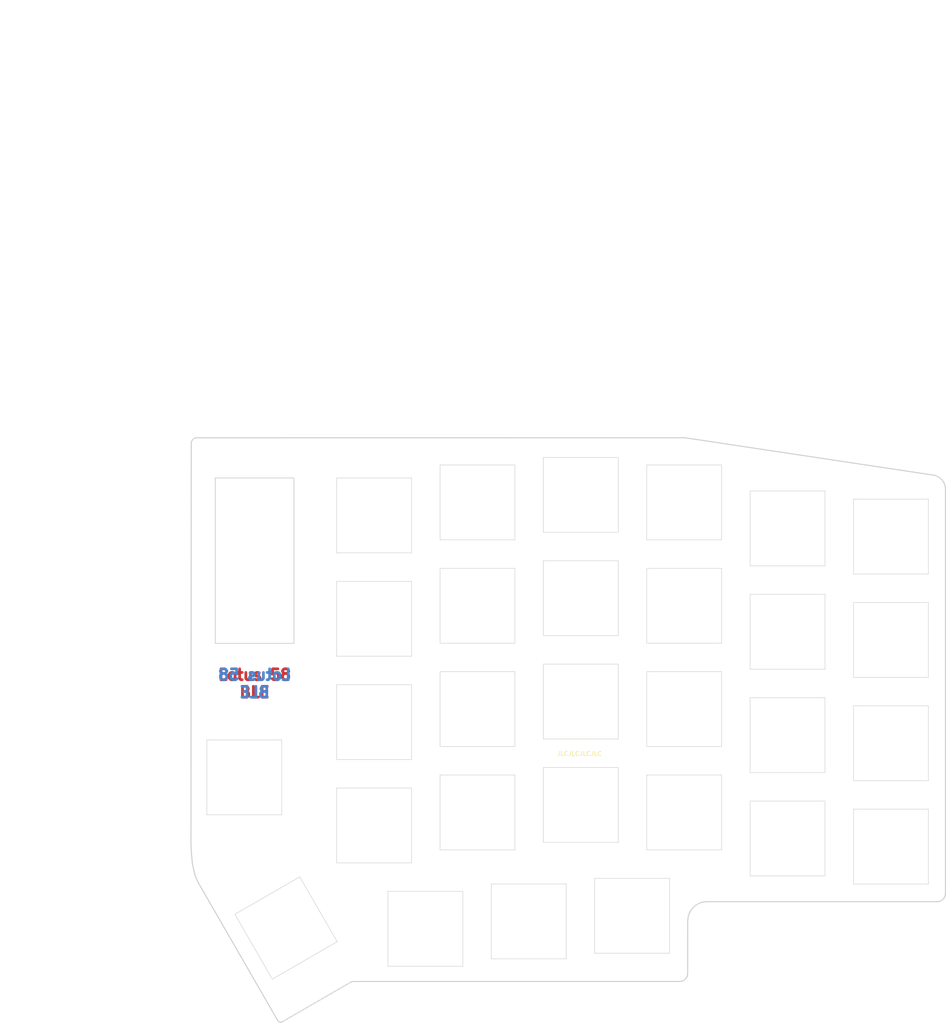
<source format=kicad_pcb>
(kicad_pcb (version 20240108) (generator "pcbnew") (generator_version "8.0")
  (title_block (title "Lotus 58 Glow MX") (date "2020-12-12") (rev "0.95") (company "Markus Knutsson <markus.knutsson@tweety.se>") (comment 1 "https://github.com/TweetyDaBird") (comment 2 "Licensed under CERN-OHL-S v2 or any superseding version"))
  (layers (0 "F.Cu" signal) (31 "B.Cu" signal) (34 "B.Paste" user) (35 "F.Paste" user) (36 "B.SilkS" user "B.Silkscreen") (37 "F.SilkS" user "F.Silkscreen") (38 "B.Mask" user) (39 "F.Mask" user) (44 "Edge.Cuts" user))
  (net 0 "")
  (footprint "Keyboard Library:Cherry_MX_Plate_Hole_Placeholder" (layer "F.Cu") (at 133.45 47.6)
    (property "Reference" "SW2" (hide yes))
    (property "Value" "SW_PUSH" (hide yes))
    (fp_line (start -6.9 6.9) (end -6.9 -6.9) (stroke (width 0.1)) (layer "Edge.Cuts"))
    (fp_line (start 6.9 -6.9) (end -6.9 -6.9) (stroke (width 0.1)) (layer "Edge.Cuts"))
    (fp_line (start 6.9 6.9) (end -6.9 6.9) (stroke (width 0.1)) (layer "Edge.Cuts"))
    (fp_line (start 6.9 6.9) (end 6.9 -6.9) (stroke (width 0.1)) (layer "Edge.Cuts"))
  )
  (footprint "Keyboard Library:Cherry_MX_Plate_Hole_Placeholder" (layer "F.Cu") (at 152.5 46.21)
    (property "Reference" "SW3" (hide yes))
    (property "Value" "SW_PUSH" (hide yes))
    (fp_line (start -6.9 6.9) (end -6.9 -6.9) (stroke (width 0.1)) (layer "Edge.Cuts"))
    (fp_line (start 6.9 -6.9) (end -6.9 -6.9) (stroke (width 0.1)) (layer "Edge.Cuts"))
    (fp_line (start 6.9 6.9) (end -6.9 6.9) (stroke (width 0.1)) (layer "Edge.Cuts"))
    (fp_line (start 6.9 6.9) (end 6.9 -6.9) (stroke (width 0.1)) (layer "Edge.Cuts"))
  )
  (footprint "Keyboard Library:Cherry_MX_Plate_Hole_Placeholder" (layer "F.Cu") (at 171.55 47.6)
    (property "Reference" "SW4" (hide yes))
    (property "Value" "SW_PUSH" (hide yes))
    (fp_line (start -6.9 6.9) (end -6.9 -6.9) (stroke (width 0.1)) (layer "Edge.Cuts"))
    (fp_line (start 6.9 -6.9) (end -6.9 -6.9) (stroke (width 0.1)) (layer "Edge.Cuts"))
    (fp_line (start 6.9 6.9) (end -6.9 6.9) (stroke (width 0.1)) (layer "Edge.Cuts"))
    (fp_line (start 6.9 6.9) (end 6.9 -6.9) (stroke (width 0.1)) (layer "Edge.Cuts"))
  )
  (footprint "Keyboard Library:Cherry_MX_Plate_Hole_Placeholder" (layer "F.Cu") (at 209.65 53.9)
    (property "Reference" "SW6" (hide yes))
    (property "Value" "SW_PUSH" (hide yes))
    (fp_line (start -6.9 6.9) (end -6.9 -6.9) (stroke (width 0.1)) (layer "Edge.Cuts"))
    (fp_line (start 6.9 -6.9) (end -6.9 -6.9) (stroke (width 0.1)) (layer "Edge.Cuts"))
    (fp_line (start 6.9 6.9) (end -6.9 6.9) (stroke (width 0.1)) (layer "Edge.Cuts"))
    (fp_line (start 6.9 6.9) (end 6.9 -6.9) (stroke (width 0.1)) (layer "Edge.Cuts"))
  )
  (footprint "Keyboard Library:Cherry_MX_Plate_Hole_Placeholder" (layer "F.Cu") (at 114.4 69.05)
    (property "Reference" "SW7" (hide yes))
    (property "Value" "SW_PUSH" (hide yes))
    (fp_line (start -6.9 6.9) (end -6.9 -6.9) (stroke (width 0.1)) (layer "Edge.Cuts"))
    (fp_line (start 6.9 -6.9) (end -6.9 -6.9) (stroke (width 0.1)) (layer "Edge.Cuts"))
    (fp_line (start 6.9 6.9) (end -6.9 6.9) (stroke (width 0.1)) (layer "Edge.Cuts"))
    (fp_line (start 6.9 6.9) (end 6.9 -6.9) (stroke (width 0.1)) (layer "Edge.Cuts"))
  )
  (footprint "Keyboard Library:Cherry_MX_Plate_Hole_Placeholder" (layer "F.Cu") (at 152.5 65.26)
    (property "Reference" "SW9" (hide yes))
    (property "Value" "SW_PUSH" (hide yes))
    (fp_line (start -6.9 6.9) (end -6.9 -6.9) (stroke (width 0.1)) (layer "Edge.Cuts"))
    (fp_line (start 6.9 -6.9) (end -6.9 -6.9) (stroke (width 0.1)) (layer "Edge.Cuts"))
    (fp_line (start 6.9 6.9) (end -6.9 6.9) (stroke (width 0.1)) (layer "Edge.Cuts"))
    (fp_line (start 6.9 6.9) (end 6.9 -6.9) (stroke (width 0.1)) (layer "Edge.Cuts"))
  )
  (footprint "Keyboard Library:Cherry_MX_Plate_Hole_Placeholder" (layer "F.Cu") (at 171.55 66.65)
    (property "Reference" "SW10" (hide yes))
    (property "Value" "SW_PUSH" (hide yes))
    (fp_line (start -6.9 6.9) (end -6.9 -6.9) (stroke (width 0.1)) (layer "Edge.Cuts"))
    (fp_line (start 6.9 -6.9) (end -6.9 -6.9) (stroke (width 0.1)) (layer "Edge.Cuts"))
    (fp_line (start 6.9 6.9) (end -6.9 6.9) (stroke (width 0.1)) (layer "Edge.Cuts"))
    (fp_line (start 6.9 6.9) (end 6.9 -6.9) (stroke (width 0.1)) (layer "Edge.Cuts"))
  )
  (footprint "Keyboard Library:Cherry_MX_Plate_Hole_Placeholder" (layer "F.Cu") (at 190.6 71.45)
    (property "Reference" "SW11" (hide yes))
    (property "Value" "SW_PUSH" (hide yes))
    (fp_line (start -6.9 6.9) (end -6.9 -6.9) (stroke (width 0.1)) (layer "Edge.Cuts"))
    (fp_line (start 6.9 -6.9) (end -6.9 -6.9) (stroke (width 0.1)) (layer "Edge.Cuts"))
    (fp_line (start 6.9 6.9) (end -6.9 6.9) (stroke (width 0.1)) (layer "Edge.Cuts"))
    (fp_line (start 6.9 6.9) (end 6.9 -6.9) (stroke (width 0.1)) (layer "Edge.Cuts"))
  )
  (footprint "Keyboard Library:Cherry_MX_Plate_Hole_Placeholder" (layer "F.Cu") (at 209.65 72.95)
    (property "Reference" "SW12" (hide yes))
    (property "Value" "SW_PUSH" (hide yes))
    (fp_line (start -6.9 6.9) (end -6.9 -6.9) (stroke (width 0.1)) (layer "Edge.Cuts"))
    (fp_line (start 6.9 -6.9) (end -6.9 -6.9) (stroke (width 0.1)) (layer "Edge.Cuts"))
    (fp_line (start 6.9 6.9) (end -6.9 6.9) (stroke (width 0.1)) (layer "Edge.Cuts"))
    (fp_line (start 6.9 6.9) (end 6.9 -6.9) (stroke (width 0.1)) (layer "Edge.Cuts"))
  )
  (footprint "Keyboard Library:Cherry_MX_Plate_Hole_Placeholder" (layer "F.Cu") (at 114.4 88.1)
    (property "Reference" "SW13" (hide yes))
    (property "Value" "SW_PUSH" (hide yes))
    (fp_line (start -6.9 6.9) (end -6.9 -6.9) (stroke (width 0.1)) (layer "Edge.Cuts"))
    (fp_line (start 6.9 -6.9) (end -6.9 -6.9) (stroke (width 0.1)) (layer "Edge.Cuts"))
    (fp_line (start 6.9 6.9) (end -6.9 6.9) (stroke (width 0.1)) (layer "Edge.Cuts"))
    (fp_line (start 6.9 6.9) (end 6.9 -6.9) (stroke (width 0.1)) (layer "Edge.Cuts"))
  )
  (footprint "Keyboard Library:Cherry_MX_Plate_Hole_Placeholder" (layer "F.Cu") (at 133.45 85.7)
    (property "Reference" "SW14" (hide yes))
    (property "Value" "SW_PUSH" (hide yes))
    (fp_line (start -6.9 6.9) (end -6.9 -6.9) (stroke (width 0.1)) (layer "Edge.Cuts"))
    (fp_line (start 6.9 -6.9) (end -6.9 -6.9) (stroke (width 0.1)) (layer "Edge.Cuts"))
    (fp_line (start 6.9 6.9) (end -6.9 6.9) (stroke (width 0.1)) (layer "Edge.Cuts"))
    (fp_line (start 6.9 6.9) (end 6.9 -6.9) (stroke (width 0.1)) (layer "Edge.Cuts"))
  )
  (footprint "Keyboard Library:Cherry_MX_Plate_Hole_Placeholder" (layer "F.Cu") (at 152.5 84.31)
    (property "Reference" "SW15" (hide yes))
    (property "Value" "SW_PUSH" (hide yes))
    (fp_line (start -6.9 6.9) (end -6.9 -6.9) (stroke (width 0.1)) (layer "Edge.Cuts"))
    (fp_line (start 6.9 -6.9) (end -6.9 -6.9) (stroke (width 0.1)) (layer "Edge.Cuts"))
    (fp_line (start 6.9 6.9) (end -6.9 6.9) (stroke (width 0.1)) (layer "Edge.Cuts"))
    (fp_line (start 6.9 6.9) (end 6.9 -6.9) (stroke (width 0.1)) (layer "Edge.Cuts"))
  )
  (footprint "Keyboard Library:Cherry_MX_Plate_Hole_Placeholder" (layer "F.Cu") (at 190.6 90.5)
    (property "Reference" "SW17" (hide yes))
    (property "Value" "SW_PUSH" (hide yes))
    (fp_line (start -6.9 6.9) (end -6.9 -6.9) (stroke (width 0.1)) (layer "Edge.Cuts"))
    (fp_line (start 6.9 -6.9) (end -6.9 -6.9) (stroke (width 0.1)) (layer "Edge.Cuts"))
    (fp_line (start 6.9 6.9) (end -6.9 6.9) (stroke (width 0.1)) (layer "Edge.Cuts"))
    (fp_line (start 6.9 6.9) (end 6.9 -6.9) (stroke (width 0.1)) (layer "Edge.Cuts"))
  )
  (footprint "Keyboard Library:Cherry_MX_Plate_Hole_Placeholder" (layer "F.Cu") (at 209.65 92)
    (property "Reference" "SW18" (hide yes))
    (property "Value" "SW_PUSH" (hide yes))
    (fp_line (start -6.9 6.9) (end -6.9 -6.9) (stroke (width 0.1)) (layer "Edge.Cuts"))
    (fp_line (start 6.9 -6.9) (end -6.9 -6.9) (stroke (width 0.1)) (layer "Edge.Cuts"))
    (fp_line (start 6.9 6.9) (end -6.9 6.9) (stroke (width 0.1)) (layer "Edge.Cuts"))
    (fp_line (start 6.9 6.9) (end 6.9 -6.9) (stroke (width 0.1)) (layer "Edge.Cuts"))
  )
  (footprint "Keyboard Library:Cherry_MX_Plate_Hole_Placeholder" (layer "F.Cu") (at 114.4 107.15)
    (property "Reference" "SW19" (hide yes))
    (property "Value" "SW_PUSH" (hide yes))
    (fp_line (start -6.9 6.9) (end -6.9 -6.9) (stroke (width 0.1)) (layer "Edge.Cuts"))
    (fp_line (start 6.9 -6.9) (end -6.9 -6.9) (stroke (width 0.1)) (layer "Edge.Cuts"))
    (fp_line (start 6.9 6.9) (end -6.9 6.9) (stroke (width 0.1)) (layer "Edge.Cuts"))
    (fp_line (start 6.9 6.9) (end 6.9 -6.9) (stroke (width 0.1)) (layer "Edge.Cuts"))
  )
  (footprint "Keyboard Library:Cherry_MX_Plate_Hole_Placeholder" (layer "F.Cu") (at 133.45 104.75)
    (property "Reference" "SW20" (hide yes))
    (property "Value" "SW_PUSH" (hide yes))
    (fp_line (start -6.9 6.9) (end -6.9 -6.9) (stroke (width 0.1)) (layer "Edge.Cuts"))
    (fp_line (start 6.9 -6.9) (end -6.9 -6.9) (stroke (width 0.1)) (layer "Edge.Cuts"))
    (fp_line (start 6.9 6.9) (end -6.9 6.9) (stroke (width 0.1)) (layer "Edge.Cuts"))
    (fp_line (start 6.9 6.9) (end 6.9 -6.9) (stroke (width 0.1)) (layer "Edge.Cuts"))
  )
  (footprint "Keyboard Library:Cherry_MX_Plate_Hole_Placeholder" (layer "F.Cu") (at 152.5 103.36)
    (property "Reference" "SW21" (hide yes))
    (property "Value" "SW_PUSH" (hide yes))
    (fp_line (start -6.9 6.9) (end -6.9 -6.9) (stroke (width 0.1)) (layer "Edge.Cuts"))
    (fp_line (start 6.9 -6.9) (end -6.9 -6.9) (stroke (width 0.1)) (layer "Edge.Cuts"))
    (fp_line (start 6.9 6.9) (end -6.9 6.9) (stroke (width 0.1)) (layer "Edge.Cuts"))
    (fp_line (start 6.9 6.9) (end 6.9 -6.9) (stroke (width 0.1)) (layer "Edge.Cuts"))
  )
  (footprint "Keyboard Library:Cherry_MX_Plate_Hole_Placeholder" (layer "F.Cu") (at 171.55 104.75)
    (property "Reference" "SW22" (hide yes))
    (property "Value" "SW_PUSH" (hide yes))
    (fp_line (start -6.9 6.9) (end -6.9 -6.9) (stroke (width 0.1)) (layer "Edge.Cuts"))
    (fp_line (start 6.9 -6.9) (end -6.9 -6.9) (stroke (width 0.1)) (layer "Edge.Cuts"))
    (fp_line (start 6.9 6.9) (end -6.9 6.9) (stroke (width 0.1)) (layer "Edge.Cuts"))
    (fp_line (start 6.9 6.9) (end 6.9 -6.9) (stroke (width 0.1)) (layer "Edge.Cuts"))
  )
  (footprint "Keyboard Library:Cherry_MX_Plate_Hole_Placeholder" (layer "F.Cu") (at 190.6 109.55)
    (property "Reference" "SW23" (hide yes))
    (property "Value" "SW_PUSH" (hide yes))
    (fp_line (start -6.9 6.9) (end -6.9 -6.9) (stroke (width 0.1)) (layer "Edge.Cuts"))
    (fp_line (start 6.9 -6.9) (end -6.9 -6.9) (stroke (width 0.1)) (layer "Edge.Cuts"))
    (fp_line (start 6.9 6.9) (end -6.9 6.9) (stroke (width 0.1)) (layer "Edge.Cuts"))
    (fp_line (start 6.9 6.9) (end 6.9 -6.9) (stroke (width 0.1)) (layer "Edge.Cuts"))
  )
  (footprint "Keyboard Library:Cherry_MX_Plate_Hole_Placeholder" (layer "F.Cu") (at 123.85 126.2)
    (property "Reference" "SW27" (hide yes))
    (property "Value" "SW_PUSH" (hide yes))
    (fp_line (start -6.9 6.9) (end -6.9 -6.9) (stroke (width 0.1)) (layer "Edge.Cuts"))
    (fp_line (start 6.9 -6.9) (end -6.9 -6.9) (stroke (width 0.1)) (layer "Edge.Cuts"))
    (fp_line (start 6.9 6.9) (end -6.9 6.9) (stroke (width 0.1)) (layer "Edge.Cuts"))
    (fp_line (start 6.9 6.9) (end 6.9 -6.9) (stroke (width 0.1)) (layer "Edge.Cuts"))
  )
  (footprint "Keyboard Library:Cherry_MX_Plate_Hole_Placeholder" (layer "F.Cu") (at 142.8977 124.8283)
    (property "Reference" "SW28" (hide yes))
    (property "Value" "SW_PUSH" (hide yes))
    (fp_line (start -6.9 6.9) (end -6.9 -6.9) (stroke (width 0.1)) (layer "Edge.Cuts"))
    (fp_line (start 6.9 -6.9) (end -6.9 -6.9) (stroke (width 0.1)) (layer "Edge.Cuts"))
    (fp_line (start 6.9 6.9) (end -6.9 6.9) (stroke (width 0.1)) (layer "Edge.Cuts"))
    (fp_line (start 6.9 6.9) (end 6.9 -6.9) (stroke (width 0.1)) (layer "Edge.Cuts"))
  )
  (footprint "Keyboard Library:Cherry_MX_Plate_Hole_Placeholder" (layer "F.Cu") (at 161.95 123.8)
    (property "Reference" "SW29" (hide yes))
    (property "Value" "SW_PUSH" (hide yes))
    (fp_line (start -6.9 6.9) (end -6.9 -6.9) (stroke (width 0.1)) (layer "Edge.Cuts"))
    (fp_line (start 6.9 -6.9) (end -6.9 -6.9) (stroke (width 0.1)) (layer "Edge.Cuts"))
    (fp_line (start 6.9 6.9) (end -6.9 6.9) (stroke (width 0.1)) (layer "Edge.Cuts"))
    (fp_line (start 6.9 6.9) (end 6.9 -6.9) (stroke (width 0.1)) (layer "Edge.Cuts"))
  )
  (footprint "Keyboard Library:Cherry_MX_Plate_Hole_Placeholder" (layer "F.Cu") (at 114.4 50)
    (property "Reference" "SW1" (hide yes))
    (property "Value" "SW_PUSH" (hide yes))
    (fp_line (start -6.9 6.9) (end -6.9 -6.9) (stroke (width 0.1)) (layer "Edge.Cuts"))
    (fp_line (start 6.9 -6.9) (end -6.9 -6.9) (stroke (width 0.1)) (layer "Edge.Cuts"))
    (fp_line (start 6.9 6.9) (end -6.9 6.9) (stroke (width 0.1)) (layer "Edge.Cuts"))
    (fp_line (start 6.9 6.9) (end 6.9 -6.9) (stroke (width 0.1)) (layer "Edge.Cuts"))
  )
  (footprint "Keyboard Library:Cherry_MX_Plate_Hole_Placeholder" (layer "F.Cu") (at 90.4748 98.2853)
    (property "Reference" "SW25" (hide yes))
    (property "Value" "SW_PUSH" (hide yes))
    (fp_line (start -6.9 6.9) (end -6.9 -6.9) (stroke (width 0.1)) (layer "Edge.Cuts"))
    (fp_line (start 6.9 -6.9) (end -6.9 -6.9) (stroke (width 0.1)) (layer "Edge.Cuts"))
    (fp_line (start 6.9 6.9) (end -6.9 6.9) (stroke (width 0.1)) (layer "Edge.Cuts"))
    (fp_line (start 6.9 6.9) (end 6.9 -6.9) (stroke (width 0.1)) (layer "Edge.Cuts"))
  )
  (footprint "Keyboard Library:Cherry_MX_Plate_Hole_Placeholder" (layer "F.Cu") (at 209.65 111.05)
    (property "Reference" "SW24" (hide yes))
    (property "Value" "SW_PUSH" (hide yes))
    (fp_line (start -6.9 6.9) (end -6.9 -6.9) (stroke (width 0.1)) (layer "Edge.Cuts"))
    (fp_line (start 6.9 -6.9) (end -6.9 -6.9) (stroke (width 0.1)) (layer "Edge.Cuts"))
    (fp_line (start 6.9 6.9) (end -6.9 6.9) (stroke (width 0.1)) (layer "Edge.Cuts"))
    (fp_line (start 6.9 6.9) (end 6.9 -6.9) (stroke (width 0.1)) (layer "Edge.Cuts"))
  )
  (footprint "Keyboard Library:Cherry_MX_Plate_Hole_Placeholder" (layer "F.Cu") (at 98.171 126.0475 -60)
    (property "Reference" "SW26" (hide yes))
    (property "Value" "SW_PUSH" (hide yes))
    (fp_line (start -6.9 6.9) (end -6.9 -6.9) (stroke (width 0.1)) (layer "Edge.Cuts"))
    (fp_line (start 6.9 6.9) (end -6.9 6.9) (stroke (width 0.1)) (layer "Edge.Cuts"))
    (fp_line (start 6.9 6.9) (end 6.9 -6.9) (stroke (width 0.1)) (layer "Edge.Cuts"))
    (fp_line (start 6.9 -6.9) (end -6.9 -6.9) (stroke (width 0.1)) (layer "Edge.Cuts"))
  )
  (footprint "Keyboard Library:Cherry_MX_Plate_Hole_Placeholder" (layer "F.Cu") (at 171.55 85.7)
    (property "Reference" "SW16" (hide yes))
    (property "Value" "SW_PUSH" (hide yes))
    (fp_line (start -6.9 6.9) (end -6.9 -6.9) (stroke (width 0.1)) (layer "Edge.Cuts"))
    (fp_line (start 6.9 -6.9) (end -6.9 -6.9) (stroke (width 0.1)) (layer "Edge.Cuts"))
    (fp_line (start 6.9 6.9) (end -6.9 6.9) (stroke (width 0.1)) (layer "Edge.Cuts"))
    (fp_line (start 6.9 6.9) (end 6.9 -6.9) (stroke (width 0.1)) (layer "Edge.Cuts"))
  )
  (footprint "Keyboard Library:Cherry_MX_Plate_Hole_Placeholder" (layer "F.Cu") (at 190.6 52.4)
    (property "Reference" "SW5" (hide yes))
    (property "Value" "SW_PUSH" (hide yes))
    (fp_line (start -6.9 6.9) (end -6.9 -6.9) (stroke (width 0.1)) (layer "Edge.Cuts"))
    (fp_line (start 6.9 -6.9) (end -6.9 -6.9) (stroke (width 0.1)) (layer "Edge.Cuts"))
    (fp_line (start 6.9 6.9) (end -6.9 6.9) (stroke (width 0.1)) (layer "Edge.Cuts"))
    (fp_line (start 6.9 6.9) (end 6.9 -6.9) (stroke (width 0.1)) (layer "Edge.Cuts"))
  )
  (footprint "Keyboard Library:Cherry_MX_Plate_Hole_Placeholder" (layer "F.Cu") (at 133.45 66.65)
    (property "Reference" "SW8" (hide yes))
    (property "Value" "SW_PUSH" (hide yes))
    (fp_line (start -6.9 6.9) (end -6.9 -6.9) (stroke (width 0.1)) (layer "Edge.Cuts"))
    (fp_line (start 6.9 -6.9) (end -6.9 -6.9) (stroke (width 0.1)) (layer "Edge.Cuts"))
    (fp_line (start 6.9 6.9) (end -6.9 6.9) (stroke (width 0.1)) (layer "Edge.Cuts"))
    (fp_line (start 6.9 6.9) (end 6.9 -6.9) (stroke (width 0.1)) (layer "Edge.Cuts"))
  )
  (footprint "MountingHole:MountingHole_2.7mm_M2.5" (layer "F.Cu") (at 124.32538 57.40908)
    (property "Reference" "REF**" (hide yes))
    (property "Value" "MountingHole_2.7mm_M2.5")
    (pad "" np_thru_hole circle (at 0 0) (size 2.7 2.7) (drill 2.7) (layers "*.Cu" "*.Mask"))
  )
  (footprint "MountingHole:MountingHole_2.7mm_M2.5" (layer "F.Cu") (at 199.7 100)
    (property "Reference" "REF**" (hide yes))
    (property "Value" "MountingHole_2.7mm_M2.5")
    (pad "" np_thru_hole circle (at 0 0) (size 2.7 2.7) (drill 2.7) (layers "*.Cu" "*.Mask"))
  )
  (footprint "MountingHole:MountingHole_2.7mm_M2.5" (layer "F.Cu") (at 124.3965 95.5675)
    (property "Reference" "REF**" (hide yes))
    (property "Value" "MountingHole_2.7mm_M2.5")
    (pad "" np_thru_hole circle (at 0 0) (size 2.7 2.7) (drill 2.7) (layers "*.Cu" "*.Mask"))
  )
  (footprint "MountingHole:MountingHole_2.7mm_M2.5" (layer "F.Cu") (at 98.8949 114.1095)
    (property "Reference" "REF**" (hide yes))
    (property "Value" "MountingHole_2.7mm_M2.5")
    (pad "" np_thru_hole circle (at 0 0) (size 2.7 2.7) (drill 2.7) (layers "*.Cu" "*.Mask"))
  )
  (footprint "MountingHole:MountingHole_2.7mm_M2.5" (layer "F.Cu") (at 199.7 61.8)
    (property "Reference" "REF**" (hide yes))
    (property "Value" "MountingHole_2.7mm_M2.5")
    (pad "" np_thru_hole circle (at 0 0) (size 2.7 2.7) (drill 2.7) (layers "*.Cu" "*.Mask"))
  )
  (gr_line (start 81.4197 116.3955) (end 81.9785 117.6655) (stroke (width 0.2)) (layer "Edge.Cuts"))
  (gr_line (start 219.50172 44.1452) (end 219.70492 44.8564) (stroke (width 0.2)) (layer "Edge.Cuts"))
  (gr_line (start 219.258732 120.757048) (end 219.03678 120.940136) (stroke (width 0.2)) (layer "Edge.Cuts"))
  (gr_line (start 219.03678 120.940136) (end 218.781972 121.078352) (stroke (width 0.2)) (layer "Edge.Cuts"))
  (gr_line (start 219.667372 119.998631) (end 219.580037 120.280287) (stroke (width 0.2)) (layer "Edge.Cuts"))
  (gr_line (start 219.580037 120.280287) (end 219.441821 120.535096) (stroke (width 0.2)) (layer "Edge.Cuts"))
  (gr_line (start 219.70492 119.6848) (end 219.667372 119.998631) (stroke (width 0.2)) (layer "Edge.Cuts"))
  (gr_line (start 219.441821 120.535096) (end 219.258732 120.757048) (stroke (width 0.2)) (layer "Edge.Cuts"))
  (gr_line (start 218.781972 121.078352) (end 218.500315 121.165688) (stroke (width 0.2)) (layer "Edge.Cuts"))
  (gr_line (start 218.500315 121.165688) (end 218.18092 121.19356) (stroke (width 0.2)) (layer "Edge.Cuts"))
  (gr_line (start 172.075297 134.989392) (end 171.937081 135.244201) (stroke (width 0.2)) (layer "Edge.Cuts"))
  (gr_line (start 80.7003 36.7444) (end 80.722283 36.528775) (stroke (width 0.2)) (layer "Edge.Cuts"))
  (gr_line (start 80.722283 36.528775) (end 80.783417 36.331615) (stroke (width 0.2)) (layer "Edge.Cuts"))
  (gr_line (start 81.342063 35.77297) (end 81.539222 35.711835) (stroke (width 0.2)) (layer "Edge.Cuts"))
  (gr_line (start 81.539222 35.711835) (end 81.7544 35.6903) (stroke (width 0.2)) (layer "Edge.Cuts"))
  (gr_line (start 80.880169 36.153249) (end 81.00833 35.997883) (stroke (width 0.2)) (layer "Edge.Cuts"))
  (gr_line (start 80.783417 36.331615) (end 80.880169 36.153249) (stroke (width 0.2)) (layer "Edge.Cuts"))
  (gr_line (start 81.00833 35.997883) (end 81.163697 35.869721) (stroke (width 0.2)) (layer "Edge.Cuts"))
  (gr_line (start 81.163697 35.869721) (end 81.342063 35.77297) (stroke (width 0.2)) (layer "Edge.Cuts"))
  (gr_line (start 80.772 112.649) (end 80.899 114.1095) (stroke (width 0.2)) (layer "Edge.Cuts"))
  (gr_line (start 80.7085 111.8235) (end 80.772 112.649) (stroke (width 0.2)) (layer "Edge.Cuts"))
  (gr_line (start 171.704 35.687) (end 81.7544 35.6903) (stroke (width 0.2)) (layer "Edge.Cuts"))
  (gr_line (start 219.13342 43.5102) (end 218.511891 42.96639) (stroke (width 0.2)) (layer "Edge.Cuts"))
  (gr_line (start 96.852328 143.322532) (end 96.98047 143.386445) (stroke (width 0.2)) (layer "Edge.Cuts"))
  (gr_line (start 97.268206 143.404468) (end 97.426864 143.357278) (stroke (width 0.2)) (layer "Edge.Cuts"))
  (gr_line (start 172.19422 124.69622) (end 172.290391 123.987771) (stroke (width 0.2)) (layer "Edge.Cuts"))
  (gr_line (start 96.629837 143.08815) (end 96.735295 143.222884) (stroke (width 0.2)) (layer "Edge.Cuts"))
  (gr_line (start 170.995576 135.874793) (end 170.69308 135.90524) (stroke (width 0.2)) (layer "Edge.Cuts"))
  (gr_line (start 175.013524 121.264638) (end 175.719348 121.193595) (stroke (width 0.2)) (layer "Edge.Cuts"))
  (gr_line (start 99.63 73.59) (end 85.13 73.59) (stroke (width 0.15)) (layer "Edge.Cuts"))
  (gr_line (start 172.19422 124.69622) (end 172.19308 134.427634) (stroke (width 0.2)) (layer "Edge.Cuts"))
  (gr_line (start 81.9785 117.6655) (end 96.629837 143.08815) (stroke (width 0.2)) (layer "Edge.Cuts"))
  (gr_line (start 219.13342 43.5102) (end 219.50172 44.1452) (stroke (width 0.2)) (layer "Edge.Cuts"))
  (gr_line (start 173.243884 122.218131) (end 173.761773 121.790925) (stroke (width 0.2)) (layer "Edge.Cuts"))
  (gr_line (start 97.594758 143.271756) (end 110.31982 135.90524) (stroke (width 0.2)) (layer "Edge.Cuts"))
  (gr_line (start 172.494174 123.330573) (end 172.816678 122.73602) (stroke (width 0.2)) (layer "Edge.Cuts"))
  (gr_line (start 172.19308 134.427634) (end 172.162633 134.707736) (stroke (width 0.2)) (layer "Edge.Cuts"))
  (gr_line (start 171.53204 135.649242) (end 171.277232 135.787458) (stroke (width 0.2)) (layer "Edge.Cuts"))
  (gr_line (start 96.735295 143.222884) (end 96.852328 143.322532) (stroke (width 0.2)) (layer "Edge.Cuts"))
  (gr_line (start 80.899 114.1095) (end 81.153 115.3795) (stroke (width 0.2)) (layer "Edge.Cuts"))
  (gr_line (start 171.753993 135.466153) (end 171.53204 135.649242) (stroke (width 0.2)) (layer "Edge.Cuts"))
  (gr_line (start 218.511891 42.96639) (end 217.79552 42.621355) (stroke (width 0.2)) (layer "Edge.Cuts"))
  (gr_line (start 85.13 43.09) (end 99.63 43.09) (stroke (width 0.15)) (layer "Edge.Cuts"))
  (gr_line (start 85.13 73.59) (end 85.13 43.09) (stroke (width 0.15)) (layer "Edge.Cuts"))
  (gr_line (start 96.98047 143.386445) (end 97.119252 143.413974) (stroke (width 0.2)) (layer "Edge.Cuts"))
  (gr_line (start 217.79552 42.621355) (end 171.704 35.687) (stroke (width 0.2)) (layer "Edge.Cuts"))
  (gr_line (start 171.937081 135.244201) (end 171.753993 135.466153) (stroke (width 0.2)) (layer "Edge.Cuts"))
  (gr_line (start 97.119252 143.413974) (end 97.268206 143.404468) (stroke (width 0.2)) (layer "Edge.Cuts"))
  (gr_line (start 174.356326 121.468421) (end 175.013524 121.264638) (stroke (width 0.2)) (layer "Edge.Cuts"))
  (gr_line (start 81.153 115.3795) (end 81.4197 116.3955) (stroke (width 0.2)) (layer "Edge.Cuts"))
  (gr_line (start 175.719348 121.193595) (end 218.18092 121.19356) (stroke (width 0.2)) (layer "Edge.Cuts"))
  (gr_line (start 171.277232 135.787458) (end 170.995576 135.874793) (stroke (width 0.2)) (layer "Edge.Cuts"))
  (gr_line (start 80.645 110.617) (end 80.7003 36.7444) (stroke (width 0.2)) (layer "Edge.Cuts"))
  (gr_line (start 172.816678 122.73602) (end 173.243884 122.218131) (stroke (width 0.2)) (layer "Edge.Cuts"))
  (gr_line (start 172.162633 134.707736) (end 172.075297 134.989392) (stroke (width 0.2)) (layer "Edge.Cuts"))
  (gr_line (start 219.70492 44.8564) (end 219.70492 119.6848) (stroke (width 0.2)) (layer "Edge.Cuts"))
  (gr_line (start 97.426864 143.357278) (end 97.594758 143.271756) (stroke (width 0.2)) (layer "Edge.Cuts"))
  (gr_line (start 173.761773 121.790925) (end 174.356326 121.468421) (stroke (width 0.2)) (layer "Edge.Cuts"))
  (gr_line (start 99.63 43.09) (end 99.63 73.59) (stroke (width 0.15)) (layer "Edge.Cuts"))
  (gr_line (start 80.645 110.617) (end 80.7085 111.8235) (stroke (width 0.2)) (layer "Edge.Cuts"))
  (gr_line (start 110.31982 135.90524) (end 170.69308 135.90524) (stroke (width 0.2)) (layer "Edge.Cuts"))
  (gr_line (start 172.290391 123.987771) (end 172.494174 123.330573) (stroke (width 0.2)) (layer "Edge.Cuts"))
  (gr_text "Lotus 58\nBLE" (at 92.38 80.99 0) (layer "F.Cu") (effects (font (size 2 2) (thickness 0.5))))
  (gr_text "Lotus 58\nBLE" (at 92.38 80.99 0) (layer "B.Cu") (effects (font (size 2 2) (thickness 0.5)) (justify mirror)))
  (gr_text "JLCJLCJLCJLC" (at 152.23 93.91 0) (layer "F.SilkS") (effects (font (size 0.8 0.8))))
)
</source>
